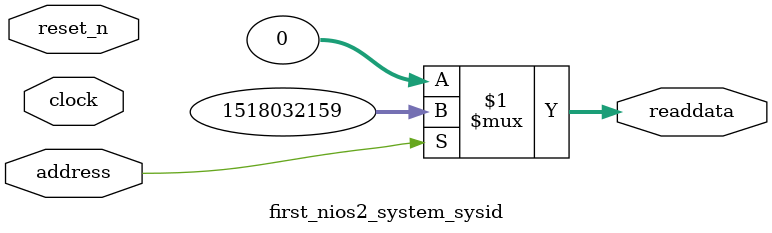
<source format=v>

`timescale 1ns / 1ps
// synthesis translate_on

// turn off superfluous verilog processor warnings 
// altera message_level Level1 
// altera message_off 10034 10035 10036 10037 10230 10240 10030 

module first_nios2_system_sysid (
               // inputs:
                address,
                clock,
                reset_n,

               // outputs:
                readdata
             )
;

  output  [ 31: 0] readdata;
  input            address;
  input            clock;
  input            reset_n;

  wire    [ 31: 0] readdata;
  //control_slave, which is an e_avalon_slave
  assign readdata = address ? 1518032159 : 0;

endmodule




</source>
